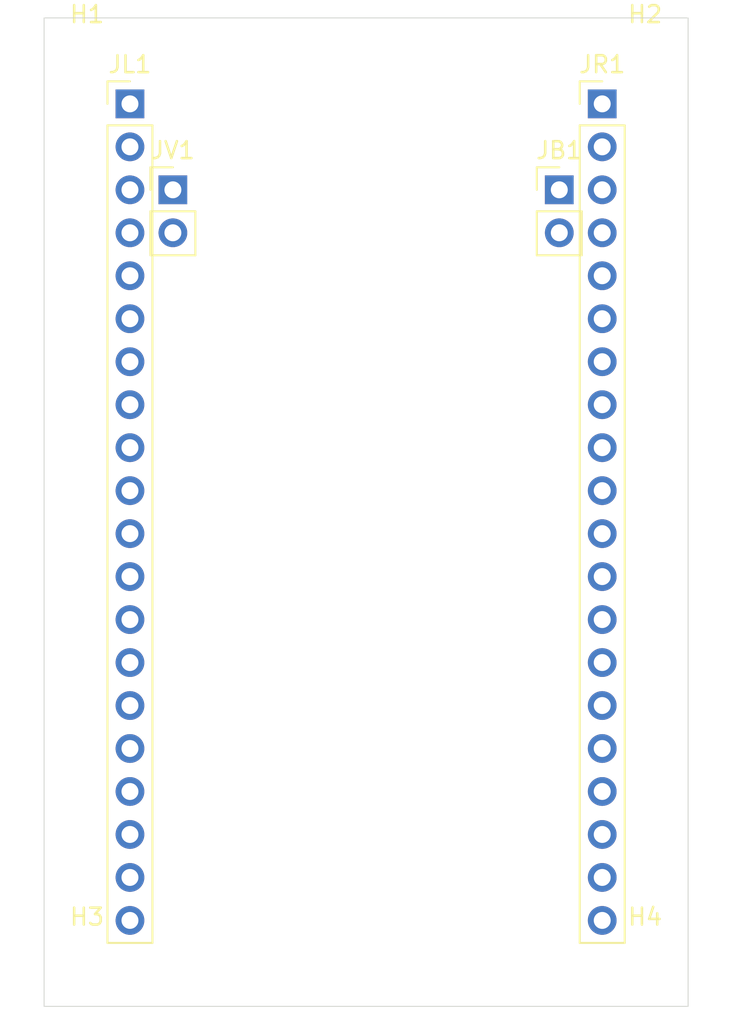
<source format=kicad_pcb>
(kicad_pcb (version 20171130) (host pcbnew 5.1.2)

  (general
    (thickness 1.6)
    (drawings 4)
    (tracks 0)
    (zones 0)
    (modules 8)
    (nets 1)
  )

  (page A4)
  (layers
    (0 F.Cu signal)
    (31 B.Cu signal)
    (32 B.Adhes user)
    (33 F.Adhes user)
    (34 B.Paste user)
    (35 F.Paste user)
    (36 B.SilkS user)
    (37 F.SilkS user)
    (38 B.Mask user)
    (39 F.Mask user)
    (40 Dwgs.User user)
    (41 Cmts.User user)
    (42 Eco1.User user)
    (43 Eco2.User user)
    (44 Edge.Cuts user)
    (45 Margin user)
    (46 B.CrtYd user)
    (47 F.CrtYd user)
    (48 B.Fab user)
    (49 F.Fab user)
  )

  (setup
    (last_trace_width 0.25)
    (trace_clearance 0.2)
    (zone_clearance 0.508)
    (zone_45_only no)
    (trace_min 0.2)
    (via_size 0.8)
    (via_drill 0.4)
    (via_min_size 0.4)
    (via_min_drill 0.3)
    (uvia_size 0.3)
    (uvia_drill 0.1)
    (uvias_allowed no)
    (uvia_min_size 0.2)
    (uvia_min_drill 0.1)
    (edge_width 0.05)
    (segment_width 0.2)
    (pcb_text_width 0.3)
    (pcb_text_size 1.5 1.5)
    (mod_edge_width 0.12)
    (mod_text_size 1 1)
    (mod_text_width 0.15)
    (pad_size 1.524 1.524)
    (pad_drill 0.762)
    (pad_to_mask_clearance 0.051)
    (solder_mask_min_width 0.25)
    (aux_axis_origin 0 0)
    (visible_elements FFFFFF7F)
    (pcbplotparams
      (layerselection 0x010fc_ffffffff)
      (usegerberextensions false)
      (usegerberattributes false)
      (usegerberadvancedattributes false)
      (creategerberjobfile false)
      (excludeedgelayer true)
      (linewidth 0.100000)
      (plotframeref false)
      (viasonmask false)
      (mode 1)
      (useauxorigin false)
      (hpglpennumber 1)
      (hpglpenspeed 20)
      (hpglpendiameter 15.000000)
      (psnegative false)
      (psa4output false)
      (plotreference true)
      (plotvalue true)
      (plotinvisibletext false)
      (padsonsilk false)
      (subtractmaskfromsilk false)
      (outputformat 1)
      (mirror false)
      (drillshape 1)
      (scaleselection 1)
      (outputdirectory ""))
  )

  (net 0 "")

  (net_class Default "Dit is de standaard class."
    (clearance 0.2)
    (trace_width 0.25)
    (via_dia 0.8)
    (via_drill 0.4)
    (uvia_dia 0.3)
    (uvia_drill 0.1)
    (add_net 5V1)
    (add_net 5V2)
    (add_net L01)
    (add_net L02)
    (add_net L03)
    (add_net L04)
    (add_net L05)
    (add_net L06)
    (add_net L07)
    (add_net L08)
    (add_net L09)
    (add_net L10)
    (add_net L11)
    (add_net L12)
    (add_net L13)
    (add_net L14)
    (add_net L15)
    (add_net L16)
    (add_net LGND1)
    (add_net LGND2)
    (add_net LVDD1)
    (add_net LVDD2)
    (add_net R01)
    (add_net R02)
    (add_net R03)
    (add_net R04)
    (add_net R05)
    (add_net R06)
    (add_net R07)
    (add_net R08)
    (add_net R09)
    (add_net R10)
    (add_net R11)
    (add_net R12)
    (add_net R13)
    (add_net R14)
    (add_net R15)
    (add_net R16)
    (add_net RGND1)
    (add_net RGND2)
    (add_net RVDD1)
    (add_net RVDD2)
    (add_net VBAT1)
    (add_net VBAT2)
  )

  (module Connector_PinHeader_2.54mm:PinHeader_1x02_P2.54mm_Vertical locked (layer F.Cu) (tedit 59FED5CC) (tstamp 5CD2FD10)
    (at 139.7 60.96)
    (descr "Through hole straight pin header, 1x02, 2.54mm pitch, single row")
    (tags "Through hole pin header THT 1x02 2.54mm single row")
    (path /5CAB3AEF)
    (fp_text reference JV1 (at 0 -2.33) (layer F.SilkS)
      (effects (font (size 1 1) (thickness 0.15)))
    )
    (fp_text value Conn_01x02 (at 0 4.87) (layer F.Fab)
      (effects (font (size 1 1) (thickness 0.15)))
    )
    (fp_text user %R (at 0 1.27 90) (layer F.Fab)
      (effects (font (size 1 1) (thickness 0.15)))
    )
    (fp_line (start 1.8 -1.8) (end -1.8 -1.8) (layer F.CrtYd) (width 0.05))
    (fp_line (start 1.8 4.35) (end 1.8 -1.8) (layer F.CrtYd) (width 0.05))
    (fp_line (start -1.8 4.35) (end 1.8 4.35) (layer F.CrtYd) (width 0.05))
    (fp_line (start -1.8 -1.8) (end -1.8 4.35) (layer F.CrtYd) (width 0.05))
    (fp_line (start -1.33 -1.33) (end 0 -1.33) (layer F.SilkS) (width 0.12))
    (fp_line (start -1.33 0) (end -1.33 -1.33) (layer F.SilkS) (width 0.12))
    (fp_line (start -1.33 1.27) (end 1.33 1.27) (layer F.SilkS) (width 0.12))
    (fp_line (start 1.33 1.27) (end 1.33 3.87) (layer F.SilkS) (width 0.12))
    (fp_line (start -1.33 1.27) (end -1.33 3.87) (layer F.SilkS) (width 0.12))
    (fp_line (start -1.33 3.87) (end 1.33 3.87) (layer F.SilkS) (width 0.12))
    (fp_line (start -1.27 -0.635) (end -0.635 -1.27) (layer F.Fab) (width 0.1))
    (fp_line (start -1.27 3.81) (end -1.27 -0.635) (layer F.Fab) (width 0.1))
    (fp_line (start 1.27 3.81) (end -1.27 3.81) (layer F.Fab) (width 0.1))
    (fp_line (start 1.27 -1.27) (end 1.27 3.81) (layer F.Fab) (width 0.1))
    (fp_line (start -0.635 -1.27) (end 1.27 -1.27) (layer F.Fab) (width 0.1))
    (pad 2 thru_hole oval (at 0 2.54) (size 1.7 1.7) (drill 1) (layers *.Cu *.Mask))
    (pad 1 thru_hole rect (at 0 0) (size 1.7 1.7) (drill 1) (layers *.Cu *.Mask))
    (model ${KISYS3DMOD}/Connector_PinHeader_2.54mm.3dshapes/PinHeader_1x02_P2.54mm_Vertical.wrl
      (at (xyz 0 0 0))
      (scale (xyz 1 1 1))
      (rotate (xyz 0 0 0))
    )
  )

  (module Connector_PinHeader_2.54mm:PinHeader_1x20_P2.54mm_Vertical locked (layer F.Cu) (tedit 59FED5CC) (tstamp 5CD2FCFA)
    (at 165.1 55.88)
    (descr "Through hole straight pin header, 1x20, 2.54mm pitch, single row")
    (tags "Through hole pin header THT 1x20 2.54mm single row")
    (path /5CAAD038)
    (fp_text reference JR1 (at 0 -2.33) (layer F.SilkS)
      (effects (font (size 1 1) (thickness 0.15)))
    )
    (fp_text value Conn_01x20 (at 0 50.59) (layer F.Fab)
      (effects (font (size 1 1) (thickness 0.15)))
    )
    (fp_text user %R (at 0 24.13 90) (layer F.Fab)
      (effects (font (size 1 1) (thickness 0.15)))
    )
    (fp_line (start 1.8 -1.8) (end -1.8 -1.8) (layer F.CrtYd) (width 0.05))
    (fp_line (start 1.8 50.05) (end 1.8 -1.8) (layer F.CrtYd) (width 0.05))
    (fp_line (start -1.8 50.05) (end 1.8 50.05) (layer F.CrtYd) (width 0.05))
    (fp_line (start -1.8 -1.8) (end -1.8 50.05) (layer F.CrtYd) (width 0.05))
    (fp_line (start -1.33 -1.33) (end 0 -1.33) (layer F.SilkS) (width 0.12))
    (fp_line (start -1.33 0) (end -1.33 -1.33) (layer F.SilkS) (width 0.12))
    (fp_line (start -1.33 1.27) (end 1.33 1.27) (layer F.SilkS) (width 0.12))
    (fp_line (start 1.33 1.27) (end 1.33 49.59) (layer F.SilkS) (width 0.12))
    (fp_line (start -1.33 1.27) (end -1.33 49.59) (layer F.SilkS) (width 0.12))
    (fp_line (start -1.33 49.59) (end 1.33 49.59) (layer F.SilkS) (width 0.12))
    (fp_line (start -1.27 -0.635) (end -0.635 -1.27) (layer F.Fab) (width 0.1))
    (fp_line (start -1.27 49.53) (end -1.27 -0.635) (layer F.Fab) (width 0.1))
    (fp_line (start 1.27 49.53) (end -1.27 49.53) (layer F.Fab) (width 0.1))
    (fp_line (start 1.27 -1.27) (end 1.27 49.53) (layer F.Fab) (width 0.1))
    (fp_line (start -0.635 -1.27) (end 1.27 -1.27) (layer F.Fab) (width 0.1))
    (pad 20 thru_hole oval (at 0 48.26) (size 1.7 1.7) (drill 1) (layers *.Cu *.Mask))
    (pad 19 thru_hole oval (at 0 45.72) (size 1.7 1.7) (drill 1) (layers *.Cu *.Mask))
    (pad 18 thru_hole oval (at 0 43.18) (size 1.7 1.7) (drill 1) (layers *.Cu *.Mask))
    (pad 17 thru_hole oval (at 0 40.64) (size 1.7 1.7) (drill 1) (layers *.Cu *.Mask))
    (pad 16 thru_hole oval (at 0 38.1) (size 1.7 1.7) (drill 1) (layers *.Cu *.Mask))
    (pad 15 thru_hole oval (at 0 35.56) (size 1.7 1.7) (drill 1) (layers *.Cu *.Mask))
    (pad 14 thru_hole oval (at 0 33.02) (size 1.7 1.7) (drill 1) (layers *.Cu *.Mask))
    (pad 13 thru_hole oval (at 0 30.48) (size 1.7 1.7) (drill 1) (layers *.Cu *.Mask))
    (pad 12 thru_hole oval (at 0 27.94) (size 1.7 1.7) (drill 1) (layers *.Cu *.Mask))
    (pad 11 thru_hole oval (at 0 25.4) (size 1.7 1.7) (drill 1) (layers *.Cu *.Mask))
    (pad 10 thru_hole oval (at 0 22.86) (size 1.7 1.7) (drill 1) (layers *.Cu *.Mask))
    (pad 9 thru_hole oval (at 0 20.32) (size 1.7 1.7) (drill 1) (layers *.Cu *.Mask))
    (pad 8 thru_hole oval (at 0 17.78) (size 1.7 1.7) (drill 1) (layers *.Cu *.Mask))
    (pad 7 thru_hole oval (at 0 15.24) (size 1.7 1.7) (drill 1) (layers *.Cu *.Mask))
    (pad 6 thru_hole oval (at 0 12.7) (size 1.7 1.7) (drill 1) (layers *.Cu *.Mask))
    (pad 5 thru_hole oval (at 0 10.16) (size 1.7 1.7) (drill 1) (layers *.Cu *.Mask))
    (pad 4 thru_hole oval (at 0 7.62) (size 1.7 1.7) (drill 1) (layers *.Cu *.Mask))
    (pad 3 thru_hole oval (at 0 5.08) (size 1.7 1.7) (drill 1) (layers *.Cu *.Mask))
    (pad 2 thru_hole oval (at 0 2.54) (size 1.7 1.7) (drill 1) (layers *.Cu *.Mask))
    (pad 1 thru_hole rect (at 0 0) (size 1.7 1.7) (drill 1) (layers *.Cu *.Mask))
    (model ${KISYS3DMOD}/Connector_PinHeader_2.54mm.3dshapes/PinHeader_1x20_P2.54mm_Vertical.wrl
      (at (xyz 0 0 0))
      (scale (xyz 1 1 1))
      (rotate (xyz 0 0 0))
    )
  )

  (module Connector_PinHeader_2.54mm:PinHeader_1x20_P2.54mm_Vertical locked (layer F.Cu) (tedit 59FED5CC) (tstamp 5CD2FCD2)
    (at 137.16 55.88)
    (descr "Through hole straight pin header, 1x20, 2.54mm pitch, single row")
    (tags "Through hole pin header THT 1x20 2.54mm single row")
    (path /5CAAB4F4)
    (fp_text reference JL1 (at 0 -2.33) (layer F.SilkS)
      (effects (font (size 1 1) (thickness 0.15)))
    )
    (fp_text value Conn_01x20 (at 0 50.59) (layer F.Fab)
      (effects (font (size 1 1) (thickness 0.15)))
    )
    (fp_text user %R (at 0 24.13 90) (layer F.Fab)
      (effects (font (size 1 1) (thickness 0.15)))
    )
    (fp_line (start 1.8 -1.8) (end -1.8 -1.8) (layer F.CrtYd) (width 0.05))
    (fp_line (start 1.8 50.05) (end 1.8 -1.8) (layer F.CrtYd) (width 0.05))
    (fp_line (start -1.8 50.05) (end 1.8 50.05) (layer F.CrtYd) (width 0.05))
    (fp_line (start -1.8 -1.8) (end -1.8 50.05) (layer F.CrtYd) (width 0.05))
    (fp_line (start -1.33 -1.33) (end 0 -1.33) (layer F.SilkS) (width 0.12))
    (fp_line (start -1.33 0) (end -1.33 -1.33) (layer F.SilkS) (width 0.12))
    (fp_line (start -1.33 1.27) (end 1.33 1.27) (layer F.SilkS) (width 0.12))
    (fp_line (start 1.33 1.27) (end 1.33 49.59) (layer F.SilkS) (width 0.12))
    (fp_line (start -1.33 1.27) (end -1.33 49.59) (layer F.SilkS) (width 0.12))
    (fp_line (start -1.33 49.59) (end 1.33 49.59) (layer F.SilkS) (width 0.12))
    (fp_line (start -1.27 -0.635) (end -0.635 -1.27) (layer F.Fab) (width 0.1))
    (fp_line (start -1.27 49.53) (end -1.27 -0.635) (layer F.Fab) (width 0.1))
    (fp_line (start 1.27 49.53) (end -1.27 49.53) (layer F.Fab) (width 0.1))
    (fp_line (start 1.27 -1.27) (end 1.27 49.53) (layer F.Fab) (width 0.1))
    (fp_line (start -0.635 -1.27) (end 1.27 -1.27) (layer F.Fab) (width 0.1))
    (pad 20 thru_hole oval (at 0 48.26) (size 1.7 1.7) (drill 1) (layers *.Cu *.Mask))
    (pad 19 thru_hole oval (at 0 45.72) (size 1.7 1.7) (drill 1) (layers *.Cu *.Mask))
    (pad 18 thru_hole oval (at 0 43.18) (size 1.7 1.7) (drill 1) (layers *.Cu *.Mask))
    (pad 17 thru_hole oval (at 0 40.64) (size 1.7 1.7) (drill 1) (layers *.Cu *.Mask))
    (pad 16 thru_hole oval (at 0 38.1) (size 1.7 1.7) (drill 1) (layers *.Cu *.Mask))
    (pad 15 thru_hole oval (at 0 35.56) (size 1.7 1.7) (drill 1) (layers *.Cu *.Mask))
    (pad 14 thru_hole oval (at 0 33.02) (size 1.7 1.7) (drill 1) (layers *.Cu *.Mask))
    (pad 13 thru_hole oval (at 0 30.48) (size 1.7 1.7) (drill 1) (layers *.Cu *.Mask))
    (pad 12 thru_hole oval (at 0 27.94) (size 1.7 1.7) (drill 1) (layers *.Cu *.Mask))
    (pad 11 thru_hole oval (at 0 25.4) (size 1.7 1.7) (drill 1) (layers *.Cu *.Mask))
    (pad 10 thru_hole oval (at 0 22.86) (size 1.7 1.7) (drill 1) (layers *.Cu *.Mask))
    (pad 9 thru_hole oval (at 0 20.32) (size 1.7 1.7) (drill 1) (layers *.Cu *.Mask))
    (pad 8 thru_hole oval (at 0 17.78) (size 1.7 1.7) (drill 1) (layers *.Cu *.Mask))
    (pad 7 thru_hole oval (at 0 15.24) (size 1.7 1.7) (drill 1) (layers *.Cu *.Mask))
    (pad 6 thru_hole oval (at 0 12.7) (size 1.7 1.7) (drill 1) (layers *.Cu *.Mask))
    (pad 5 thru_hole oval (at 0 10.16) (size 1.7 1.7) (drill 1) (layers *.Cu *.Mask))
    (pad 4 thru_hole oval (at 0 7.62) (size 1.7 1.7) (drill 1) (layers *.Cu *.Mask))
    (pad 3 thru_hole oval (at 0 5.08) (size 1.7 1.7) (drill 1) (layers *.Cu *.Mask))
    (pad 2 thru_hole oval (at 0 2.54) (size 1.7 1.7) (drill 1) (layers *.Cu *.Mask))
    (pad 1 thru_hole rect (at 0 0) (size 1.7 1.7) (drill 1) (layers *.Cu *.Mask))
    (model ${KISYS3DMOD}/Connector_PinHeader_2.54mm.3dshapes/PinHeader_1x20_P2.54mm_Vertical.wrl
      (at (xyz 0 0 0))
      (scale (xyz 1 1 1))
      (rotate (xyz 0 0 0))
    )
  )

  (module Connector_PinHeader_2.54mm:PinHeader_1x02_P2.54mm_Vertical locked (layer F.Cu) (tedit 59FED5CC) (tstamp 5CD2FCAA)
    (at 162.56 60.96)
    (descr "Through hole straight pin header, 1x02, 2.54mm pitch, single row")
    (tags "Through hole pin header THT 1x02 2.54mm single row")
    (path /5CAB4137)
    (fp_text reference JB1 (at 0 -2.33) (layer F.SilkS)
      (effects (font (size 1 1) (thickness 0.15)))
    )
    (fp_text value Conn_01x02 (at 0 4.87) (layer F.Fab)
      (effects (font (size 1 1) (thickness 0.15)))
    )
    (fp_text user %R (at 0 1.27 90) (layer F.Fab)
      (effects (font (size 1 1) (thickness 0.15)))
    )
    (fp_line (start 1.8 -1.8) (end -1.8 -1.8) (layer F.CrtYd) (width 0.05))
    (fp_line (start 1.8 4.35) (end 1.8 -1.8) (layer F.CrtYd) (width 0.05))
    (fp_line (start -1.8 4.35) (end 1.8 4.35) (layer F.CrtYd) (width 0.05))
    (fp_line (start -1.8 -1.8) (end -1.8 4.35) (layer F.CrtYd) (width 0.05))
    (fp_line (start -1.33 -1.33) (end 0 -1.33) (layer F.SilkS) (width 0.12))
    (fp_line (start -1.33 0) (end -1.33 -1.33) (layer F.SilkS) (width 0.12))
    (fp_line (start -1.33 1.27) (end 1.33 1.27) (layer F.SilkS) (width 0.12))
    (fp_line (start 1.33 1.27) (end 1.33 3.87) (layer F.SilkS) (width 0.12))
    (fp_line (start -1.33 1.27) (end -1.33 3.87) (layer F.SilkS) (width 0.12))
    (fp_line (start -1.33 3.87) (end 1.33 3.87) (layer F.SilkS) (width 0.12))
    (fp_line (start -1.27 -0.635) (end -0.635 -1.27) (layer F.Fab) (width 0.1))
    (fp_line (start -1.27 3.81) (end -1.27 -0.635) (layer F.Fab) (width 0.1))
    (fp_line (start 1.27 3.81) (end -1.27 3.81) (layer F.Fab) (width 0.1))
    (fp_line (start 1.27 -1.27) (end 1.27 3.81) (layer F.Fab) (width 0.1))
    (fp_line (start -0.635 -1.27) (end 1.27 -1.27) (layer F.Fab) (width 0.1))
    (pad 2 thru_hole oval (at 0 2.54) (size 1.7 1.7) (drill 1) (layers *.Cu *.Mask))
    (pad 1 thru_hole rect (at 0 0) (size 1.7 1.7) (drill 1) (layers *.Cu *.Mask))
    (model ${KISYS3DMOD}/Connector_PinHeader_2.54mm.3dshapes/PinHeader_1x02_P2.54mm_Vertical.wrl
      (at (xyz 0 0 0))
      (scale (xyz 1 1 1))
      (rotate (xyz 0 0 0))
    )
  )

  (module MountingHole:MountingHole_2.2mm_M2_ISO7380 (layer F.Cu) (tedit 56D1B4CB) (tstamp 5CD2FC94)
    (at 167.64 106.68)
    (descr "Mounting Hole 2.2mm, no annular, M2, ISO7380")
    (tags "mounting hole 2.2mm no annular m2 iso7380")
    (path /5CB2B94E)
    (attr virtual)
    (fp_text reference H4 (at 0 -2.75) (layer F.SilkS)
      (effects (font (size 1 1) (thickness 0.15)))
    )
    (fp_text value MountingHole (at 0 2.75) (layer F.Fab)
      (effects (font (size 1 1) (thickness 0.15)))
    )
    (fp_circle (center 0 0) (end 2 0) (layer F.CrtYd) (width 0.05))
    (fp_circle (center 0 0) (end 1.75 0) (layer Cmts.User) (width 0.15))
    (fp_text user %R (at 0.3 0) (layer F.Fab)
      (effects (font (size 1 1) (thickness 0.15)))
    )
    (pad 1 np_thru_hole circle (at 0 0) (size 2.2 2.2) (drill 2.2) (layers *.Cu *.Mask))
  )

  (module MountingHole:MountingHole_2.2mm_M2_ISO7380 (layer F.Cu) (tedit 56D1B4CB) (tstamp 5CD2FC8C)
    (at 134.62 106.68)
    (descr "Mounting Hole 2.2mm, no annular, M2, ISO7380")
    (tags "mounting hole 2.2mm no annular m2 iso7380")
    (path /5CB2B731)
    (attr virtual)
    (fp_text reference H3 (at 0 -2.75) (layer F.SilkS)
      (effects (font (size 1 1) (thickness 0.15)))
    )
    (fp_text value MountingHole (at 0 2.75) (layer F.Fab)
      (effects (font (size 1 1) (thickness 0.15)))
    )
    (fp_circle (center 0 0) (end 2 0) (layer F.CrtYd) (width 0.05))
    (fp_circle (center 0 0) (end 1.75 0) (layer Cmts.User) (width 0.15))
    (fp_text user %R (at 0.3 0) (layer F.Fab)
      (effects (font (size 1 1) (thickness 0.15)))
    )
    (pad 1 np_thru_hole circle (at 0 0) (size 2.2 2.2) (drill 2.2) (layers *.Cu *.Mask))
  )

  (module MountingHole:MountingHole_2.2mm_M2_ISO7380 (layer F.Cu) (tedit 56D1B4CB) (tstamp 5CD2FC84)
    (at 167.64 53.34)
    (descr "Mounting Hole 2.2mm, no annular, M2, ISO7380")
    (tags "mounting hole 2.2mm no annular m2 iso7380")
    (path /5CB2B61D)
    (attr virtual)
    (fp_text reference H2 (at 0 -2.75) (layer F.SilkS)
      (effects (font (size 1 1) (thickness 0.15)))
    )
    (fp_text value MountingHole (at 0 2.75) (layer F.Fab)
      (effects (font (size 1 1) (thickness 0.15)))
    )
    (fp_circle (center 0 0) (end 2 0) (layer F.CrtYd) (width 0.05))
    (fp_circle (center 0 0) (end 1.75 0) (layer Cmts.User) (width 0.15))
    (fp_text user %R (at 0.3 0) (layer F.Fab)
      (effects (font (size 1 1) (thickness 0.15)))
    )
    (pad 1 np_thru_hole circle (at 0 0) (size 2.2 2.2) (drill 2.2) (layers *.Cu *.Mask))
  )

  (module MountingHole:MountingHole_2.2mm_M2_ISO7380 (layer F.Cu) (tedit 56D1B4CB) (tstamp 5CD2FC7C)
    (at 134.62 53.34)
    (descr "Mounting Hole 2.2mm, no annular, M2, ISO7380")
    (tags "mounting hole 2.2mm no annular m2 iso7380")
    (path /5CB2B086)
    (attr virtual)
    (fp_text reference H1 (at 0 -2.75) (layer F.SilkS)
      (effects (font (size 1 1) (thickness 0.15)))
    )
    (fp_text value MountingHole (at 0 2.75) (layer F.Fab)
      (effects (font (size 1 1) (thickness 0.15)))
    )
    (fp_circle (center 0 0) (end 2 0) (layer F.CrtYd) (width 0.05))
    (fp_circle (center 0 0) (end 1.75 0) (layer Cmts.User) (width 0.15))
    (fp_text user %R (at 0.3 0) (layer F.Fab)
      (effects (font (size 1 1) (thickness 0.15)))
    )
    (pad 1 np_thru_hole circle (at 0 0) (size 2.2 2.2) (drill 2.2) (layers *.Cu *.Mask))
  )

  (gr_line (start 170.18 50.8) (end 132.08 50.8) (layer Edge.Cuts) (width 0.05) (tstamp 5CD3006B))
  (gr_line (start 170.18 109.22) (end 170.18 50.8) (layer Edge.Cuts) (width 0.05))
  (gr_line (start 132.08 109.22) (end 170.18 109.22) (layer Edge.Cuts) (width 0.05))
  (gr_line (start 132.08 50.8) (end 132.08 109.22) (layer Edge.Cuts) (width 0.05))

)

</source>
